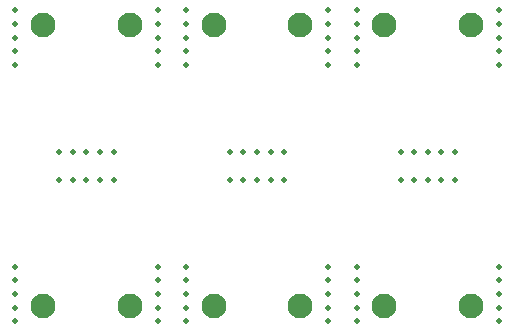
<source format=gbr>
%TF.GenerationSoftware,KiCad,Pcbnew,6.0.9-8da3e8f707~116~ubuntu20.04.1*%
%TF.CreationDate,2022-11-17T11:37:03+01:00*%
%TF.ProjectId,panel_sensor,70616e65-6c5f-4736-956e-736f722e6b69,rev?*%
%TF.SameCoordinates,Original*%
%TF.FileFunction,Soldermask,Bot*%
%TF.FilePolarity,Negative*%
%FSLAX46Y46*%
G04 Gerber Fmt 4.6, Leading zero omitted, Abs format (unit mm)*
G04 Created by KiCad (PCBNEW 6.0.9-8da3e8f707~116~ubuntu20.04.1) date 2022-11-17 11:37:03*
%MOMM*%
%LPD*%
G01*
G04 APERTURE LIST*
%ADD10C,0.500000*%
%ADD11C,2.100000*%
G04 APERTURE END LIST*
D10*
%TO.C,REF\u002A\u002A*%
X42525000Y-36900000D03*
%TD*%
%TO.C,REF\u002A\u002A*%
X37650000Y-47700000D03*
%TD*%
%TO.C,REF\u002A\u002A*%
X49700000Y-45400000D03*
%TD*%
%TO.C,REF\u002A\u002A*%
X59275000Y-36900000D03*
%TD*%
D11*
%TO.C,H2*%
X25550000Y-47600000D03*
%TD*%
D10*
%TO.C,REF\u002A\u002A*%
X64150000Y-46550000D03*
%TD*%
%TO.C,REF\u002A\u002A*%
X23200000Y-48850000D03*
%TD*%
%TO.C,REF\u002A\u002A*%
X45975000Y-34500000D03*
%TD*%
D11*
%TO.C,H1*%
X47350000Y-47600000D03*
%TD*%
D10*
%TO.C,REF\u002A\u002A*%
X64150000Y-45400000D03*
%TD*%
%TO.C,REF\u002A\u002A*%
X23200000Y-23700000D03*
%TD*%
%TO.C,REF\u002A\u002A*%
X60425000Y-36900000D03*
%TD*%
%TO.C,REF\u002A\u002A*%
X52100000Y-45400000D03*
%TD*%
%TO.C,REF\u002A\u002A*%
X59275000Y-34500000D03*
%TD*%
%TO.C,REF\u002A\u002A*%
X37650000Y-23700000D03*
%TD*%
%TO.C,REF\u002A\u002A*%
X64150000Y-44250000D03*
%TD*%
D11*
%TO.C,H2*%
X32900000Y-23800000D03*
%TD*%
D10*
%TO.C,REF\u002A\u002A*%
X44825000Y-34500000D03*
%TD*%
%TO.C,REF\u002A\u002A*%
X52100000Y-22550000D03*
%TD*%
%TO.C,REF\u002A\u002A*%
X64150000Y-23700000D03*
%TD*%
%TO.C,REF\u002A\u002A*%
X44825000Y-36900000D03*
%TD*%
%TO.C,REF\u002A\u002A*%
X49700000Y-24850000D03*
%TD*%
D11*
%TO.C,H1*%
X32900000Y-47600000D03*
%TD*%
D10*
%TO.C,REF\u002A\u002A*%
X49700000Y-46550000D03*
%TD*%
D11*
%TO.C,H2*%
X61800000Y-23800000D03*
%TD*%
D10*
%TO.C,REF\u002A\u002A*%
X35250000Y-48850000D03*
%TD*%
%TO.C,REF\u002A\u002A*%
X52100000Y-44250000D03*
%TD*%
%TO.C,REF\u002A\u002A*%
X49700000Y-23700000D03*
%TD*%
%TO.C,REF\u002A\u002A*%
X30375000Y-34500000D03*
%TD*%
%TO.C,REF\u002A\u002A*%
X64150000Y-47700000D03*
%TD*%
%TO.C,REF\u002A\u002A*%
X35250000Y-27150000D03*
%TD*%
%TO.C,REF\u002A\u002A*%
X41375000Y-34500000D03*
%TD*%
%TO.C,REF\u002A\u002A*%
X35250000Y-45400000D03*
%TD*%
D11*
%TO.C,H1*%
X61800000Y-47600000D03*
%TD*%
D10*
%TO.C,REF\u002A\u002A*%
X31525000Y-34500000D03*
%TD*%
%TO.C,REF\u002A\u002A*%
X37650000Y-46550000D03*
%TD*%
%TO.C,REF\u002A\u002A*%
X52100000Y-27150000D03*
%TD*%
%TO.C,REF\u002A\u002A*%
X37650000Y-22550000D03*
%TD*%
%TO.C,REF\u002A\u002A*%
X64150000Y-27150000D03*
%TD*%
%TO.C,REF\u002A\u002A*%
X37650000Y-26000000D03*
%TD*%
%TO.C,REF\u002A\u002A*%
X64150000Y-24850000D03*
%TD*%
%TO.C,REF\u002A\u002A*%
X56975000Y-36900000D03*
%TD*%
%TO.C,REF\u002A\u002A*%
X42525000Y-34500000D03*
%TD*%
%TO.C,REF\u002A\u002A*%
X52100000Y-47700000D03*
%TD*%
%TO.C,REF\u002A\u002A*%
X30375000Y-36900000D03*
%TD*%
D11*
%TO.C,H2*%
X54450000Y-47600000D03*
%TD*%
D10*
%TO.C,REF\u002A\u002A*%
X37650000Y-45400000D03*
%TD*%
%TO.C,REF\u002A\u002A*%
X64150000Y-22550000D03*
%TD*%
D11*
%TO.C,H1*%
X40000000Y-23800000D03*
%TD*%
D10*
%TO.C,REF\u002A\u002A*%
X52100000Y-23700000D03*
%TD*%
%TO.C,REF\u002A\u002A*%
X64150000Y-26000000D03*
%TD*%
D11*
%TO.C,H1*%
X54450000Y-23800000D03*
%TD*%
D10*
%TO.C,REF\u002A\u002A*%
X35250000Y-46550000D03*
%TD*%
%TO.C,REF\u002A\u002A*%
X52100000Y-26000000D03*
%TD*%
%TO.C,REF\u002A\u002A*%
X58125000Y-36900000D03*
%TD*%
D11*
%TO.C,H2*%
X40000000Y-47600000D03*
%TD*%
D10*
%TO.C,REF\u002A\u002A*%
X26925000Y-36900000D03*
%TD*%
%TO.C,REF\u002A\u002A*%
X49700000Y-27150000D03*
%TD*%
%TO.C,REF\u002A\u002A*%
X41375000Y-36900000D03*
%TD*%
%TO.C,REF\u002A\u002A*%
X37650000Y-24850000D03*
%TD*%
%TO.C,REF\u002A\u002A*%
X37650000Y-48850000D03*
%TD*%
%TO.C,REF\u002A\u002A*%
X37650000Y-44250000D03*
%TD*%
%TO.C,REF\u002A\u002A*%
X55825000Y-36900000D03*
%TD*%
%TO.C,REF\u002A\u002A*%
X43675000Y-34500000D03*
%TD*%
%TO.C,REF\u002A\u002A*%
X35250000Y-23700000D03*
%TD*%
%TO.C,REF\u002A\u002A*%
X31525000Y-36900000D03*
%TD*%
%TO.C,REF\u002A\u002A*%
X49700000Y-47700000D03*
%TD*%
%TO.C,REF\u002A\u002A*%
X37650000Y-27150000D03*
%TD*%
%TO.C,REF\u002A\u002A*%
X35250000Y-44250000D03*
%TD*%
%TO.C,REF\u002A\u002A*%
X35250000Y-26000000D03*
%TD*%
%TO.C,REF\u002A\u002A*%
X55825000Y-34500000D03*
%TD*%
%TO.C,REF\u002A\u002A*%
X35250000Y-47700000D03*
%TD*%
%TO.C,REF\u002A\u002A*%
X23200000Y-44250000D03*
%TD*%
%TO.C,REF\u002A\u002A*%
X29225000Y-34500000D03*
%TD*%
%TO.C,REF\u002A\u002A*%
X28075000Y-34500000D03*
%TD*%
%TO.C,REF\u002A\u002A*%
X23200000Y-27150000D03*
%TD*%
%TO.C,REF\u002A\u002A*%
X29225000Y-36900000D03*
%TD*%
%TO.C,REF\u002A\u002A*%
X23200000Y-26000000D03*
%TD*%
%TO.C,REF\u002A\u002A*%
X23200000Y-47700000D03*
%TD*%
%TO.C,REF\u002A\u002A*%
X35250000Y-24850000D03*
%TD*%
%TO.C,REF\u002A\u002A*%
X23200000Y-45400000D03*
%TD*%
%TO.C,REF\u002A\u002A*%
X45975000Y-36900000D03*
%TD*%
%TO.C,REF\u002A\u002A*%
X35250000Y-22550000D03*
%TD*%
D11*
%TO.C,H2*%
X47350000Y-23800000D03*
%TD*%
D10*
%TO.C,REF\u002A\u002A*%
X52100000Y-48850000D03*
%TD*%
%TO.C,REF\u002A\u002A*%
X52100000Y-46550000D03*
%TD*%
%TO.C,REF\u002A\u002A*%
X56975000Y-34500000D03*
%TD*%
%TO.C,REF\u002A\u002A*%
X52100000Y-24850000D03*
%TD*%
%TO.C,REF\u002A\u002A*%
X60425000Y-34500000D03*
%TD*%
%TO.C,REF\u002A\u002A*%
X23200000Y-22550000D03*
%TD*%
%TO.C,REF\u002A\u002A*%
X49700000Y-44250000D03*
%TD*%
%TO.C,REF\u002A\u002A*%
X43675000Y-36900000D03*
%TD*%
%TO.C,REF\u002A\u002A*%
X49700000Y-48850000D03*
%TD*%
%TO.C,REF\u002A\u002A*%
X28075000Y-36900000D03*
%TD*%
%TO.C,REF\u002A\u002A*%
X64150000Y-48850000D03*
%TD*%
%TO.C,REF\u002A\u002A*%
X26925000Y-34500000D03*
%TD*%
%TO.C,REF\u002A\u002A*%
X23200000Y-24850000D03*
%TD*%
%TO.C,REF\u002A\u002A*%
X58125000Y-34500000D03*
%TD*%
D11*
%TO.C,H1*%
X25550000Y-23800000D03*
%TD*%
D10*
%TO.C,REF\u002A\u002A*%
X23200000Y-46550000D03*
%TD*%
%TO.C,REF\u002A\u002A*%
X49700000Y-22550000D03*
%TD*%
%TO.C,REF\u002A\u002A*%
X49700000Y-26000000D03*
%TD*%
M02*

</source>
